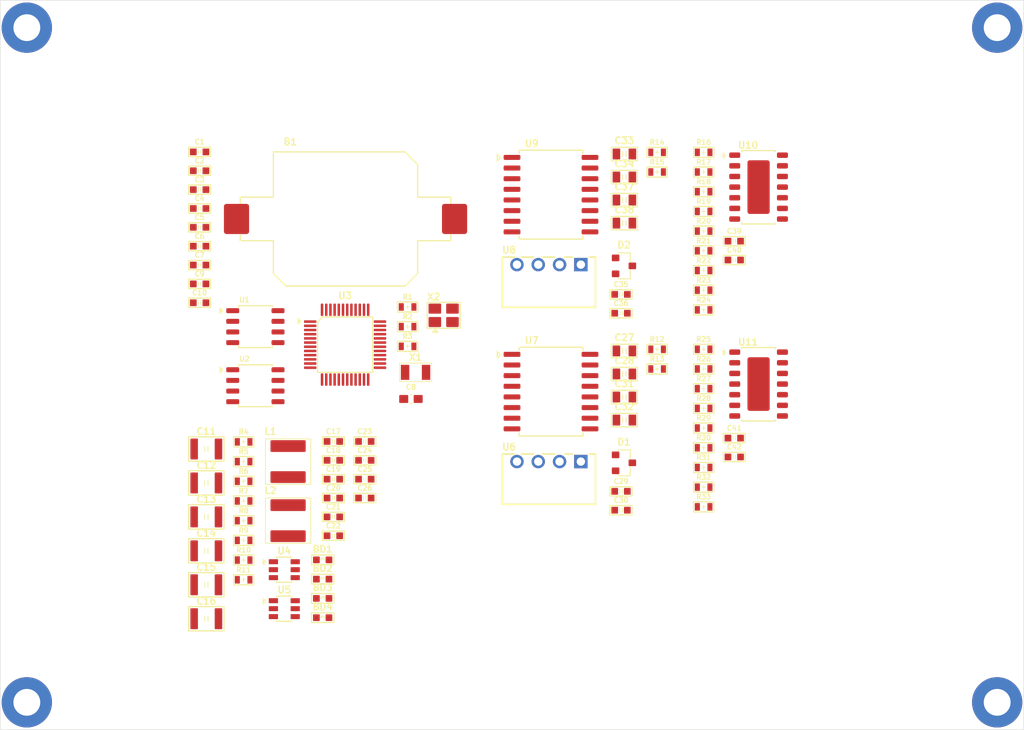
<source format=kicad_pcb>
(kicad_pcb (version 20240108) (generator "pcbnew") (generator_version "8.0")
  (layers (0 "F.Cu" signal) (31 "B.Cu" signal) (34 "B.Paste" user) (35 "F.Paste" user) (36 "B.SilkS" user "B.Silkscreen") (37 "F.SilkS" user "F.Silkscreen") (38 "B.Mask" user) (39 "F.Mask" user) (44 "Edge.Cuts" user))
  (net 0 "")
  (net 1 "Net-(B1-+)")
  (net 2 "GND")
  (net 3 "V_SUPPLY")
  (net 4 "Net-(U4-VIN)")
  (net 5 "Net-(U5-VIN)")
  (net 6 "Net-(BD3-Pad1)")
  (net 7 "+3.3V")
  (net 8 "PGND")
  (net 9 "/MCU/X2")
  (net 10 "/MCU/X1")
  (net 11 "/MCU/OSC_IN")
  (net 12 "/MCU/OSC_OUT")
  (net 13 "Net-(U3-AVDD)")
  (net 14 "Net-(U3-LDO_CAP)")
  (net 15 "Net-(U4-CB)")
  (net 16 "Net-(U4-SW)")
  (net 17 "Net-(U5-SW)")
  (net 18 "Net-(U5-CB)")
  (net 19 "+5V")
  (net 20 "GND_CAN")
  (net 21 "+5V_CAN")
  (net 22 "GND_485")
  (net 23 "+5V_485")
  (net 24 "/DOUT1/IS")
  (net 25 "/DOUT2/IS")
  (net 26 "/CAN/CANL")
  (net 27 "/CAN/CANH")
  (net 28 "/RS485/A")
  (net 29 "/RS485/B")
  (net 30 "/MCU/SDA")
  (net 31 "/MCU/SCL")
  (net 32 "Net-(U4-EN)")
  (net 33 "Net-(U5-EN)")
  (net 34 "Net-(U4-FB)")
  (net 35 "Net-(U5-FB)")
  (net 36 "Net-(U7-CANH)")
  (net 37 "Net-(U7-CANL)")
  (net 38 "Net-(U9-A)")
  (net 39 "Net-(U9-B)")
  (net 40 "/DOUT1/IN0")
  (net 41 "Net-(U10-IN0)")
  (net 42 "/DOUT1/IN1")
  (net 43 "Net-(U10-IN1)")
  (net 44 "/DOUT1/IN2")
  (net 45 "Net-(U10-IN2)")
  (net 46 "Net-(U10-IN3)")
  (net 47 "/DOUT1/IN3")
  (net 48 "/DOUT1/DEN")
  (net 49 "Net-(U10-DEN)")
  (net 50 "Net-(U10-DSEL0)")
  (net 51 "/DOUT1/DSEL0")
  (net 52 "/DOUT1/DSEL1")
  (net 53 "Net-(U10-DSEL1)")
  (net 54 "Net-(U10-IS)")
  (net 55 "/DOUT2/IN0")
  (net 56 "Net-(U11-IN0)")
  (net 57 "Net-(U11-IN1)")
  (net 58 "/DOUT2/IN1")
  (net 59 "Net-(U11-IN2)")
  (net 60 "/DOUT2/IN2")
  (net 61 "Net-(U11-IN3)")
  (net 62 "/DOUT2/IN3")
  (net 63 "Net-(U11-DEN)")
  (net 64 "/DOUT2/DEN")
  (net 65 "Net-(U11-DSEL0)")
  (net 66 "/DOUT2/DSEL0")
  (net 67 "Net-(U11-DSEL1)")
  (net 68 "/DOUT2/DSEL1")
  (net 69 "Net-(U11-IS)")
  (net 70 "/MCU/FRAM_WP")
  (net 71 "/MCU/RTC_OUT")
  (net 84 "/MCU/NRST")
  (net 91 "/MCU/SWDIO")
  (net 106 "/MCU/SWCLK")
  (net 112 "/CAN/RXD")
  (net 113 "/CAN/TXD")
  (net 114 "/RS485/D")
  (net 115 "/RS485/RE")
  (net 116 "/RS485/R")
  (net 117 "/RS485/DE")
  (net 118 "/DOUT1/OUT1")
  (net 119 "/DOUT1/OUT0")
  (net 120 "/DOUT1/OUT3")
  (net 121 "/DOUT1/OUT2")
  (net 122 "/DOUT2/OUT0")
  (net 123 "/DOUT2/OUT3")
  (net 124 "/DOUT2/OUT1")
  (net 125 "/DOUT2/OUT2")
  (footprint "SMC:0603" (layer "F.Cu") (at 136.45 103.125)
    (property "Reference" "C25" (at 0 -1.2 0) (layer "F.SilkS") (effects (font (size 0.6 0.6) (thickness 0.12) (bold yes))))
    (property "Value" "0603X106K100" (hide yes))
    (pad "1" smd roundrect (at -0.75 0) (size 0.8 0.8) (layers "F.Cu" "F.Paste" "F.Mask") (roundrect_rratio 0.1) (net 8 "PGND"))
    (pad "2" smd roundrect (at 0.75 0) (size 0.8 0.8) (layers "F.Cu" "F.Paste" "F.Mask") (roundrect_rratio 0.1) (net 19 "+5V"))
  )
  (footprint "SO:SOIC-8" (layer "F.Cu") (at 123.4 84.925)
    (property "Reference" "U1" (at -1.3 -3.2 0) (layer "F.SilkS") (effects (font (size 0.6 0.6) (thickness 0.12) (bold yes))))
    (property "Value" "MB85RC16PNF-G-JNE" (hide yes))
    (pad "1" smd roundrect (at -2.7 -1.905 270) (size 0.6 1.55) (layers "F.Cu" "F.Paste" "F.Mask"))
    (pad "2" smd roundrect (at -2.7 -0.635 270) (size 0.6 1.55) (layers "F.Cu" "F.Paste" "F.Mask"))
    (pad "3" smd roundrect (at -2.7 0.635 270) (size 0.6 1.55) (layers "F.Cu" "F.Paste" "F.Mask"))
    (pad "4" smd roundrect (at -2.7 1.905 270) (size 0.6 1.55) (layers "F.Cu" "F.Paste" "F.Mask") (net 2 "GND"))
    (pad "5" smd roundrect (at 2.7 1.905 270) (size 0.6 1.55) (layers "F.Cu" "F.Paste" "F.Mask") (net 30 "/MCU/SDA"))
    (pad "6" smd roundrect (at 2.7 0.635 270) (size 0.6 1.55) (layers "F.Cu" "F.Paste" "F.Mask") (net 31 "/MCU/SCL"))
    (pad "7" smd roundrect (at 2.7 -0.635 270) (size 0.6 1.55) (layers "F.Cu" "F.Paste" "F.Mask") (net 70 "/MCU/FRAM_WP"))
    (pad "8" smd roundrect (at 2.7 -1.905 270) (size 0.6 1.55) (layers "F.Cu" "F.Paste" "F.Mask") (net 7 "+3.3V"))
  )
  (footprint "CRYSTAL:CRSTAL_SMD_3225-4Pin" (layer "F.Cu") (at 145.85 83.575)
    (property "Reference" "X2" (at -1.2 -2.2 0) (layer "F.SilkS") (effects (font (size 0.8 0.8) (thickness 0.16))))
    (property "Value" "1532H4-12000JWPDTSNL" (hide yes))
    (pad "1" smd roundrect (at -1.05 0.8) (size 1.5 1.2) (layers "F.Cu" "F.Paste" "F.Mask") (roundrect_rratio 0.1) (net 11 "/MCU/OSC_IN"))
    (pad "2" smd roundrect (at 1.05 0.8) (size 1.5 1.2) (layers "F.Cu" "F.Paste" "F.Mask") (roundrect_rratio 0.1))
    (pad "3" smd roundrect (at 1.05 -0.8) (size 1.5 1.2) (layers "F.Cu" "F.Paste" "F.Mask") (roundrect_rratio 0.1) (net 12 "/MCU/OSC_OUT"))
    (pad "4" smd roundrect (at -1.05 -0.8) (size 1.5 1.2) (layers "F.Cu" "F.Paste" "F.Mask") (roundrect_rratio 0.1))
  )
  (footprint "SMR:0603" (layer "F.Cu") (at 176.85 68.825)
    (property "Reference" "R18" (at 0 -1.2 0) (layer "F.SilkS") (effects (font (size 0.6 0.6) (thickness 0.12) (bold yes))))
    (property "Value" "WR06X1002FTL" (hide yes))
    (pad "1" smd roundrect (at -0.75 0) (size 0.6 0.9) (layers "F.Cu" "F.Paste" "F.Mask") (roundrect_rratio 0.1) (net 44 "/DOUT1/IN2"))
    (pad "2" smd roundrect (at 0.75 0) (size 0.6 0.9) (layers "F.Cu" "F.Paste" "F.Mask") (roundrect_rratio 0.1) (net 45 "Net-(U10-IN2)"))
  )
  (footprint "SMC:0603" (layer "F.Cu") (at 116.75 66.325)
    (property "Reference" "C2" (at 0 -1.2 0) (layer "F.SilkS") (effects (font (size 0.6 0.6) (thickness 0.12) (bold yes))))
    (property "Value" "0603N120J500" (hide yes))
    (pad "1" smd roundrect (at -0.75 0) (size 0.8 0.8) (layers "F.Cu" "F.Paste" "F.Mask") (roundrect_rratio 0.1) (net 2 "GND"))
    (pad "2" smd roundrect (at 0.75 0) (size 0.8 0.8) (layers "F.Cu" "F.Paste" "F.Mask") (roundrect_rratio 0.1) (net 9 "/MCU/X2"))
  )
  (footprint "SMR:0603" (layer "F.Cu") (at 176.85 75.875)
    (property "Reference" "R21" (at 0 -1.2 0) (layer "F.SilkS") (effects (font (size 0.6 0.6) (thickness 0.12) (bold yes))))
    (property "Value" "WR06X1002FTL" (hide yes))
    (pad "1" smd roundrect (at -0.75 0) (size 0.6 0.9) (layers "F.Cu" "F.Paste" "F.Mask") (roundrect_rratio 0.1) (net 51 "/DOUT1/DSEL0"))
    (pad "2" smd roundrect (at 0.75 0) (size 0.6 0.9) (layers "F.Cu" "F.Paste" "F.Mask") (roundrect_rratio 0.1) (net 50 "Net-(U10-DSEL0)"))
  )
  (footprint "SMC:0603" (layer "F.Cu") (at 116.75 77.575)
    (property "Reference" "C7" (at 0 -1.2 0) (layer "F.SilkS") (effects (font (size 0.6 0.6) (thickness 0.12) (bold yes))))
    (property "Value" "0603B104K500" (hide yes))
    (pad "1" smd roundrect (at -0.75 0) (size 0.8 0.8) (layers "F.Cu" "F.Paste" "F.Mask") (roundrect_rratio 0.1) (net 2 "GND"))
    (pad "2" smd roundrect (at 0.75 0) (size 0.8 0.8) (layers "F.Cu" "F.Paste" "F.Mask") (roundrect_rratio 0.1) (net 13 "Net-(U3-AVDD)"))
  )
  (footprint "SMR:0603" (layer "F.Cu") (at 176.85 99.375)
    (property "Reference" "R30" (at 0 -1.2 0) (layer "F.SilkS") (effects (font (size 0.6 0.6) (thickness 0.12) (bold yes))))
    (property "Value" "WR06X1002FTL" (hide yes))
    (pad "1" smd roundrect (at -0.75 0) (size 0.6 0.9) (layers "F.Cu" "F.Paste" "F.Mask") (roundrect_rratio 0.1) (net 66 "/DOUT2/DSEL0"))
    (pad "2" smd roundrect (at 0.75 0) (size 0.6 0.9) (layers "F.Cu" "F.Paste" "F.Mask") (roundrect_rratio 0.1) (net 65 "Net-(U11-DSEL0)"))
  )
  (footprint "SMR:0603" (layer "F.Cu") (at 122 105.725)
    (property "Reference" "R7" (at 0 -1.2 0) (layer "F.SilkS") (effects (font (size 0.6 0.6) (thickness 0.12) (bold yes))))
    (property "Value" "WR06X2003FTL" (hide yes))
    (pad "1" smd roundrect (at -0.75 0) (size 0.6 0.9) (layers "F.Cu" "F.Paste" "F.Mask") (roundrect_rratio 0.1) (net 8 "PGND"))
    (pad "2" smd roundrect (at 0.75 0) (size 0.6 0.9) (layers "F.Cu" "F.Paste" "F.Mask") (roundrect_rratio 0.1) (net 33 "Net-(U5-EN)"))
  )
  (footprint "ReSine PS:BXXS-1W" (layer "F.Cu") (at 158.4 101.025)
    (property "Reference" "U6" (at -4.75 -1.75 180) (layer "F.SilkS") (effects (font (size 0.8 0.8) (thickness 0.16))))
    (property "Value" "B0505S-1W" (hide yes))
    (pad "1" thru_hole trapezoid (at 3.81 0) (size 1.6 1.6) (drill 1) (layers "*.Cu" "*.Mask") (net 8 "PGND"))
    (pad "2" thru_hole circle (at 1.27 0) (size 1.6 1.6) (drill 1) (layers "*.Cu" "*.Mask") (net 19 "+5V"))
    (pad "3" thru_hole circle (at -1.27 0) (size 1.6 1.6) (drill 1) (layers "*.Cu" "*.Mask") (net 20 "GND_CAN"))
    (pad "4" thru_hole circle (at -3.81 0) (size 1.6 1.6) (drill 1) (layers "*.Cu" "*.Mask") (net 21 "+5V_CAN"))
  )
  (footprint "ReSine PS:BXXS-1W" (layer "F.Cu") (at 158.4 77.525)
    (property "Reference" "U8" (at -4.75 -1.75 180) (layer "F.SilkS") (effects (font (size 0.8 0.8) (thickness 0.16))))
    (property "Value" "B0505S-1W" (hide yes))
    (pad "1" thru_hole trapezoid (at 3.81 0) (size 1.6 1.6) (drill 1) (layers "*.Cu" "*.Mask") (net 8 "PGND"))
    (pad "2" thru_hole circle (at 1.27 0) (size 1.6 1.6) (drill 1) (layers "*.Cu" "*.Mask") (net 19 "+5V"))
    (pad "3" thru_hole circle (at -1.27 0) (size 1.6 1.6) (drill 1) (layers "*.Cu" "*.Mask") (net 22 "GND_485"))
    (pad "4" thru_hole circle (at -3.81 0) (size 1.6 1.6) (drill 1) (layers "*.Cu" "*.Mask") (net 23 "+5V_485"))
  )
  (footprint "SMR:0603" (layer "F.Cu") (at 176.85 87.625)
    (property "Reference" "R25" (at 0 -1.2 0) (layer "F.SilkS") (effects (font (size 0.6 0.6) (thickness 0.12) (bold yes))))
    (property "Value" "WR06X1002FTL" (hide yes))
    (pad "1" smd roundrect (at -0.75 0) (size 0.6 0.9) (layers "F.Cu" "F.Paste" "F.Mask") (roundrect_rratio 0.1) (net 55 "/DOUT2/IN0"))
    (pad "2" smd roundrect (at 0.75 0) (size 0.6 0.9) (layers "F.Cu" "F.Paste" "F.Mask") (roundrect_rratio 0.1) (net 56 "Net-(U11-IN0)"))
  )
  (footprint "SMC:1210" (layer "F.Cu") (at 117.55 119.775)
    (property "Reference" "C16" (at 0 -2.1 0) (layer "F.SilkS") (effects (font (size 0.8 0.8) (thickness 0.16))))
    (property "Value" "1210B225K101" (hide yes))
    (pad "1" smd roundrect (at -1.45 0) (size 0.9 2.5) (layers "F.Cu" "F.Paste" "F.Mask") (roundrect_rratio 0.1) (net 8 "PGND"))
    (pad "2" smd roundrect (at 1.45 0) (size 0.9 2.5) (layers "F.Cu" "F.Paste" "F.Mask") (roundrect_rratio 0.1) (net 5 "Net-(U5-VIN)"))
  )
  (footprint "SMC:0603" (layer "F.Cu") (at 136.45 105.375)
    (property "Reference" "C26" (at 0 -1.2 0) (layer "F.SilkS") (effects (font (size 0.6 0.6) (thickness 0.12) (bold yes))))
    (property "Value" "0603X106K100" (hide yes))
    (pad "1" smd roundrect (at -0.75 0) (size 0.8 0.8) (layers "F.Cu" "F.Paste" "F.Mask") (roundrect_rratio 0.1) (net 8 "PGND"))
    (pad "2" smd roundrect (at 0.75 0) (size 0.8 0.8) (layers "F.Cu" "F.Paste" "F.Mask") (roundrect_rratio 0.1) (net 6 "Net-(BD3-Pad1)"))
  )
  (footprint "SMC:0603" (layer "F.Cu") (at 180.5 76.975)
    (property "Reference" "C40" (at 0 -1.2 0) (layer "F.SilkS") (effects (font (size 0.6 0.6) (thickness 0.12) (bold yes))))
    (property "Value" "0603B104K500" (hide yes))
    (pad "1" smd roundrect (at -0.75 0) (size 0.8 0.8) (layers "F.Cu" "F.Paste" "F.Mask") (roundrect_rratio 0.1) (net 8 "PGND"))
    (pad "2" smd roundrect (at 0.75 0) (size 0.8 0.8) (layers "F.Cu" "F.Paste" "F.Mask") (roundrect_rratio 0.1) (net 3 "V_SUPPLY"))
  )
  (footprint "CRYSTAL:SMD_3215_2Pin" (layer "F.Cu") (at 142.5 90.375)
    (property "Reference" "X1" (at 0 -1.8 0) (layer "F.SilkS") (effects (font (size 0.8 0.8) (thickness 0.16))))
    (property "Value" "XKXGI-SUA-32.768K" (hide yes))
    (pad "1" smd rect (at -1.25 0) (size 1 1.8) (layers "F.Cu" "F.Paste" "F.Mask") (net 9 "/MCU/X2"))
    (pad "2" smd rect (at 1.25 0) (size 1 1.8) (layers "F.Cu" "F.Paste" "F.Mask") (net 10 "/MCU/X1"))
  )
  (footprint "SMR:0603" (layer "F.Cu") (at 176.85 92.325)
    (property "Reference" "R27" (at 0 -1.2 0) (layer "F.SilkS") (effects (font (size 0.6 0.6) (thickness 0.12) (bold yes))))
    (property "Value" "WR06X1002FTL" (hide yes))
    (pad "1" smd roundrect (at -0.75 0) (size 0.6 0.9) (layers "F.Cu" "F.Paste" "F.Mask") (roundrect_rratio 0.1) (net 60 "/DOUT2/IN2"))
    (pad "2" smd roundrect (at 0.75 0) (size 0.6 0.9) (layers "F.Cu" "F.Paste" "F.Mask") (roundrect_rratio 0.1) (net 59 "Net-(U11-IN2)"))
  )
  (footprint "Sunlord:SWPA5040S" (layer "F.Cu") (at 127.3 101.025)
    (property "Reference" "L1" (at -2.1 -3.6 0) (layer "F.SilkS") (effects (font (size 0.8 0.8) (thickness 0.16))))
    (property "Value" "SWPA5040S150MT" (hide yes))
    (pad "1" smd roundrect (at 0 -1.85) (size 4.2 1.4) (layers "F.Cu" "F.Paste" "F.Mask") (roundrect_rratio 0.1) (net 16 "Net-(U4-SW)"))
    (pad "2" smd roundrect (at 0 1.85) (size 4.2 1.4) (layers "F.Cu" "F.Paste" "F.Mask") (roundrect_rratio 0.1) (net 19 "+5V"))
  )
  (footprint "SMC:0805" (layer "F.Cu") (at 167.4 96.075)
    (property "Reference" "C32" (at 0 -1.6 0) (layer "F.SilkS") (effects (font (size 0.8 0.8) (thickness 0.16))))
    (property "Value" "0805B475K160" (hide yes))
    (pad "1" smd roundrect (at -0.95 0) (size 0.9 1.3) (layers "F.Cu" "F.Paste" "F.Mask") (roundrect_rratio 0.1) (net 20 "GND_CAN"))
    (pad "2" smd roundrect (at 0.95 0) (size 0.9 1.3) (layers "F.Cu" "F.Paste" "F.Mask") (roundrect_rratio 0.1) (net 21 "+5V_CAN"))
  )
  (footprint "Hole:Hole_7_0_3_2" (layer "F.Cu") (at 211.85 49.25)
    (property "Reference" "H1" (hide yes))
    (property "Value" "HOLE-PAD-7.0-3.2" (hide yes))
    (pad "1" thru_hole circle (at 0 0) (size 6 6) (drill 3.2) (layers "*.Cu" "*.Mask"))
  )
  (footprint "SMC:0603" (layer "F.Cu") (at 180.5 74.725)
    (property "Reference" "C39" (at 0 -1.2 0) (layer "F.SilkS") (effects (font (size 0.6 0.6) (thickness 0.12) (bold yes))))
    (property "Value" "0603B101K500" (hide yes))
    (pad "1" smd roundrect (at -0.75 0) (size 0.8 0.8) (layers "F.Cu" "F.Paste" "F.Mask") (roundrect_rratio 0.1) (net 2 "GND"))
    (pad "2" smd roundrect (at 0.75 0) (size 0.8 0.8) (layers "F.Cu" "F.Paste" "F.Mask") (roundrect_rratio 0.1) (net 24 "/DOUT1/IS"))
  )
  (footprint "SMC:1210" (layer "F.Cu") (at 117.55 99.525)
    (property "Reference" "C11" (at 0 -2.1 0) (layer "F.SilkS") (effects (font (size 0.8 0.8) (thickness 0.16))))
    (property "Value" "1210B225K101" (hide yes))
    (pad "1" smd roundrect (at -1.45 0) (size 0.9 2.5) (layers "F.Cu" "F.Paste" "F.Mask") (roundrect_rratio 0.1) (net 8 "PGND"))
    (pad "2" smd roundrect (at 1.45 0) (size 0.9 2.5) (layers "F.Cu" "F.Paste" "F.Mask") (roundrect_rratio 0.1) (net 4 "Net-(U4-VIN)"))
  )
  (footprint "SMC:0603" (layer "F.Cu") (at 116.75 82.075)
    (property "Reference" "C10" (at 0 -1.2 0) (layer "F.SilkS") (effects (font (size 0.6 0.6) (thickness 0.12) (bold yes))))
    (property "Value" "0603B104K500" (hide yes))
    (pad "1" smd roundrect (at -0.75 0) (size 0.8 0.8) (layers "F.Cu" "F.Paste" "F.Mask") (roundrect_rratio 0.1) (net 2 "GND"))
    (pad "2" smd roundrect (at 0.75 0) (size 0.8 0.8) (layers "F.Cu" "F.Paste" "F.Mask") (roundrect_rratio 0.1) (net 7 "+3.3V"))
  )
  (footprint "G-Switch:GT-CR1632-1Au" (layer "F.Cu") (at 134.15 72.075)
    (property "Reference" "B1" (at -6.6 -9.2 0) (layer "F.SilkS") (effects (font (size 0.8 0.8) (thickness 0.16) (bold yes))))
    (property "Value" "GT-CR1632-1Au" (hide yes))
    (pad "1" smd roundrect (at -13 0) (size 3 3.6) (layers "F.Cu" "F.Paste" "F.Mask") (roundrect_rratio 0.1) (net 1 "Net-(B1-+)"))
    (pad "2" smd roundrect (at 13 0) (size 3 3.6) (layers "F.Cu" "F.Paste" "F.Mask") (roundrect_rratio 0.1) (net 2 "GND"))
  )
  (footprint "Hole:Hole_7_0_3_2" (layer "F.Cu") (at 96.15 49.25)
    (property "Reference" "H2" (hide yes))
    (property "Value" "HOLE-PAD-7.0-3.2" (hide yes))
    (pad "1" thru_hole circle (at 0 0) (size 6 6) (drill 3.2) (layers "*.Cu" "*.Mask"))
  )
  (footprint "SMR:0603" (layer "F.Cu") (at 122 110.425)
    (property "Reference" "R9" (at 0 -1.2 0) (layer "F.SilkS") (effects (font (size 0.6 0.6) (thickness 0.12) (bold yes))))
    (property "Value" "WR06X2212FTL" (hide yes))
    (pad "1" smd roundrect (at -0.75 0) (size 0.6 0.9) (layers "F.Cu" "F.Paste" "F.Mask") (roundrect_rratio 0.1) (net 8 "PGND"))
    (pad "2" smd roundrect (at 0.75 0) (size 0.6 0.9) (layers "F.Cu" "F.Paste" "F.Mask") (roundrect_rratio 0.1) (net 34 "Net-(U4-FB)"))
  )
  (footprint "SMR:0603" (layer "F.Cu") (at 141.55 87.275)
    (property "Reference" "R3" (at 0 -1.2 0) (layer "F.SilkS") (effects (font (size 0.6 0.6) (thickness 0.12) (bold yes))))
    (property "Value" "WR06W3R30FTL" (hide yes))
    (pad "1" smd roundrect (at -0.75 0) (size 0.6 0.9) (layers "F.Cu" "F.Paste" "F.Mask") (roundrect_rratio 0.1) (net 13 "Net-(U3-AVDD)"))
    (pad "2" smd roundrect (at 0.75 0) (size 0.6 0.9) (layers "F.Cu" "F.Paste" "F.Mask") (roundrect_rratio 0.1) (net 7 "+3.3V"))
  )
  (footprint "SMR:0603" (layer "F.Cu") (at 176.85 101.725)
    (property "Reference" "R31" (at 0 -1.2 0) (layer "F.SilkS") (effects (font (size 0.6 0.6) (thickness 0.12) (bold yes))))
    (property "Value" "WR06X1002FTL" (hide yes))
    (pad "1" smd roundrect (at -0.75 0) (size 0.6 0.9) (layers "F.Cu" "F.Paste" "F.Mask") (roundrect_rratio 0.1) (net 68 "/DOUT2/DSEL1"))
    (pad "2" smd roundrect (at 0.75 0) (size 0.6 0.9) (layers "F.Cu" "F.Paste" "F.Mask") (roundrect_rratio 0.1) (net 67 "Net-(U11-DSEL1)"))
  )
  (footprint "SMC:0603" (layer "F.Cu") (at 132.7 98.625)
    (property "Reference" "C17" (at 0 -1.2 0) (layer "F.SilkS") (effects (font (size 0.6 0.6) (thickness 0.12) (bold yes))))
    (property "Value" "0603B104K500" (hide yes))
    (pad "1" smd roundrect (at -0.75 0) (size 0.8 0.8) (layers "F.Cu" "F.Paste" "F.Mask") (roundrect_rratio 0.1) (net 8 "PGND"))
    (pad "2" smd roundrect (at 0.75 0) (size 0.8 0.8) (layers "F.Cu" "F.Paste" "F.Mask") (roundrect_rratio 0.1) (net 4 "Net-(U4-VIN)"))
  )
  (footprint "SMC:0603" (layer "F.Cu") (at 116.75 79.825)
    (property "Reference" "C9" (at 0 -1.2 0) (layer "F.SilkS") (effects (font (size 0.6 0.6) (thickness 0.12) (bold yes))))
    (property "Value" "0603B104K500" (hide yes))
    (pad "1" smd roundrect (at -0.75 0) (size 0.8 0.8) (layers "F.Cu" "F.Paste" "F.Mask") (roundrect_rratio 0.1) (net 2 "GND"))
    (pad "2" smd roundrect (at 0.75 0) (size 0.8 0.8) (layers "F.Cu" "F.Paste" "F.Mask") (roundrect_rratio 0.1) (net 7 "+3.3V"))
  )
  (footprint "Hole:Hole_7_0_3_2" (layer "F.Cu") (at 211.85 129.75)
    (property "Reference" "H4" (hide yes))
    (property "Value" "HOLE-PAD-7.0-3.2" (hide yes))
    (pad "1" thru_hole circle (at 0 0) (size 6 6) (drill 3.2) (layers "*.Cu" "*.Mask"))
  )
  (footprint "SOT:SOT23" (layer "F.Cu") (at 167.35 101.175)
    (property "Reference" "D1" (at 0 -2.5 0) (layer "F.SilkS") (effects (font (size 0.8 0.8) (thickness 0.16))))
    (property "Value" "NUP2105LT1G" (hide yes))
    (pad "1" smd roundrect (at -1 -0.95) (size 0.9 0.8) (layers "F.Cu" "F.Paste" "F.Mask") (roundrect_rratio 0.15) (net 27 "/CAN/CANH"))
    (pad "2" smd roundrect (at -1 0.95) (size 0.9 0.8) (layers "F.Cu" "F.Paste" "F.Mask") (roundrect_rratio 0.15) (net 26 "/CAN/CANL"))
    (pad "3" smd roundrect (at 1 0) (size 0.9 0.8) (layers "F.Cu" "F.Paste" "F.Mask") (roundrect_rratio 0.15) (net 20 "GND_CAN"))
  )
  (footprint "SMC:0603" (layer "F.Cu") (at 167 104.575)
    (property "Reference" "C29" (at 0 -1.2 0) (layer "F.SilkS") (effects (font (size 0.6 0.6) (thickness 0.12) (bold yes))))
    (property "Value" "0603B104K500" (hide yes))
    (pad "1" smd roundrect (at -0.75 0) (size 0.8 0.8) (layers "F.Cu" "F.Paste" "F.Mask") (roundrect_rratio 0.1) (net 8 "PGND"))
    (pad "2" smd roundrect (at 0.75 0) (size 0.8 0.8) (layers "F.Cu" "F.Paste" "F.Mask") (roundrect_rratio 0.1) (net 19 "+5V"))
  )
  (footprint "SMC:0603" (layer "F.Cu") (at 180.5 100.475)
    (property "Reference" "C42" (at 0 -1.2 0) (layer "F.SilkS") (effects (font (size 0.6 0.6) (thickness 0.12) (bold yes))))
    (property "Value" "0603B104K500" (hide yes))
    (pad "1" smd roundrect (at -0.75 0) (size 0.8 0.8) (layers "F.Cu" "F.Paste" "F.Mask") (roundrect_rratio 0.1) (net 8 "PGND"))
    (pad "2" smd roundrect (at 0.75 0) (size 0.8 0.8) (layers "F.Cu" "F.Paste" "F.Mask") (roundrect_rratio 0.1) (net 3 "V_SUPPLY"))
  )
  (footprint "SMR:0603" (layer "F.Cu") (at 122 103.375)
    (property "Reference" "R6" (at 0 -1.2 0) (layer "F.SilkS") (effects (font (size 0.6 0.6) (thickness 0.12) (bold yes))))
    (property "Value" "WR06X4123FTL" (hide yes))
    (pad "1" smd roundrect (at -0.75 0) (size 0.6 0.9) (layers "F.Cu" "F.Paste" "F.Mask") (roundrect_rratio 0.1) (net 33 "Net-(U5-EN)"))
    (pad "2" smd roundrect (at 0.75 0) (size 0.6 0.9) (layers "F.Cu" "F.Paste" "F.Mask") (roundrect_rratio 0.1) (net 5 "Net-(U5-VIN)"))
  )
  (footprint "SMR:0603" (layer "F.Cu") (at 171.3 66.475)
    (property "Reference" "R15" (at 0 -1.2 0) (layer "F.SilkS") (effects (font (size 0.6 0.6) (thickness 0.12) (bold yes))))
    (property "Value" "WR06X0000JTL" (hide yes))
    (pad "1" smd roundrect (at -0.75 0) (size 0.6 0.9) (layers "F.Cu" "F.Paste" "F.Mask") (roundrect_rratio 0.1) (net 39 "Net-(U9-B)"))
    (pad "2" smd roundrect (at 0.75 0) (size 0.6 0.9) (layers "F.Cu" "F.Paste" "F.Mask") (roundrect_rratio 0.1) (net 29 "/RS485/B"))
  )
  (footprint "SMR:0603" (layer "F.Cu") (at 176.85 94.675)
    (property "Reference" "R28" (at 0 -1.2 0) (layer "F.SilkS") (effects (font (size 0.6 0.6) (thickness 0.12) (bold yes))))
    (property "Value" "WR06X1002FTL" (hide yes))
    (pad "1" smd roundrect (at -0.75 0) (size 0.6 0.9) (layers "F.Cu" "F.Paste" "F.Mask") (roundrect_rratio 0.1) (net 62 "/DOUT2/IN3"))
    (pad "2" smd roundrect (at 0.75 0) (size 0.6 0.9) (layers "F.Cu" "F.Paste" "F.Mask") (roundrect_rratio 0.1) (net 61 "Net-(U11-IN3)"))
  )
  (footprint "SMR:0603" (layer "F.Cu") (at 171.3 64.125)
    (property "Reference" "R14" (at 0 -1.2 0) (layer "F.SilkS") (effects (font (size 0.6 0.6) (thickness 0.12) (bold yes))))
    (property "Value" "WR06X0000JTL" (hide yes))
    (pad "1" smd roundrect (at -0.75 0) (size 0.6 0.9) (layers "F.Cu" "F.Paste" "F.Mask") (roundrect_rratio 0.1) (net 38 "Net-(U9-A)"))
    (pad "2" smd roundrect (at 0.75 0) (size 0.6 0.9) (layers "F.Cu" "F.Paste" "F.Mask") (roundrect_rratio 0.1) (net 28 "/RS485/A"))
  )
  (footprint "SMR:0603" (layer "F.Cu") (at 176.85 80.575)
    (property "Reference" "R23" (at 0 -1.2 0) (layer "F.SilkS") (effects (font (size 0.6 0.6) (thickness 0.12) (bold yes))))
    (property "Value" "WR06X4701FTL" (hide yes))
    (pad "1" smd roundrect (at -0.75 0) (size 0.6 0.9) (layers "F.Cu" "F.Paste" "F.Mask") (roundrect_rratio 0.1) (net 24 "/DOUT1/IS"))
    (pad "2" smd roundrect (at 0.75 0) (size 0.6 0.9) (layers "F.Cu" "F.Paste" "F.Mask") (roundrect_rratio 0.1) (net 54 "Net-(U10-IS)"))
  )
  (footprint "SMR:0603" (layer "F.Cu") (at 176.85 66.475)
    (property "Reference" "R17" (at 0 -1.2 0) (layer "F.SilkS") (effects (font (size 0.6 0.6) (thickness 0.12) (bold yes))))
    (property "Value" "WR06X1002FTL" (hide yes))
    (pad "1" smd roundrect (at -0.75 0) (size 0.6 0.9) (layers "F.Cu" "F.Paste" "F.Mask") (roundrect_rratio 0.1) (net 42 "/DOUT1/IN1"))
    (pad "2" smd roundrect (at 0.75 0) (size 0.6 0.9) (layers "F.Cu" "F.Paste" "F.Mask") (roundrect_rratio 0.1) (net 43 "Net-(U10-IN1)"))
  )
  (footprint "SMR:0603" (layer "F.Cu") (at 141.55 84.925)
    (property "Reference" "R2" (at 0 -1.2 0) (layer "F.SilkS") (effects (font (size 0.6 0.6) (thickness 0.12) (bold yes))))
    (property "Value" "WR06X4701FTL" (hide yes))
    (pad "1" smd roundrect (at -0.75 0) (size 0.6 0.9) (layers "F.Cu" "F.Paste" "F.Mask") (roundrect_rratio 0.1) (net 31 "/MCU/SCL"))
    (pad "2" smd roundrect (at 0.75 0) (size 0.6 0.9) (layers "F.Cu" "F.Paste" "F.Mask") (roundrect_rratio 0.1) (net 7 "+3.3V"))
  )
  (footprint "SMC:0603" (layer "F.Cu") (at 116.75 64.075)
    (property "Reference" "C1" (at 0 -1.2 0) (layer "F.SilkS") (effects (font (size 0.6 0.6) (thickness 0.12) (bold yes))))
    (property "Value" "0603B104K500" (hide yes))
    (pad "1" smd roundrect (at -0.75 0) (size 0.8 0.8) (layers "F.Cu" "F.Paste" "F.Mask") (roundrect_rratio 0.1) (net 2 "GND"))
    (pad "2" smd roundrect (at 0.75 0) (size 0.8 0.8) (layers "F.Cu" "F.Paste" "F.Mask") (roundrect_rratio 0.1) (net 7 "+3.3V"))
  )
  (footprint "SMC:0603" (layer "F.Cu") (at 136.45 98.625)
    (property "Reference" "C23" (at 0 -1.2 0) (layer "F.SilkS") (effects (font (size 0.6 0.6) (thickness 0.12) (bold yes))))
    (property "Value" "0603X106K100" (hide yes))
    (pad "1" smd roundrect (at -0.75 0) (size 0.8 0.8) (layers "F.Cu" "F.Paste" "F.Mask") (roundrect_rratio 0.1) (net 8 "PGND"))
    (pad "2" smd roundrect (at 0.75 0) (size 0.8 0.8) (layers "F.Cu" "F.Paste" "F.Mask") (roundrect_rratio 0.1) (net 19 "+5V"))
  )
  (footprint "SMR:0603" (layer "F.Cu") (at 176.85 89.975)
    (property "Reference" "R26" (at 0 -1.2 0) (layer "F.SilkS") (effects (font (size 0.6 0.6) (thickness 0.12) (bold yes))))
    (property "Value" "WR06X1002FTL" (hide yes))
    (pad "1" smd roundrect (at -0.75 0) (size 0.6 0.9) (layers "F.Cu" "F.Paste" "F.Mask") (roundrect_rratio 0.1) (net 58 "/DOUT2/IN1"))
    (pad "2" smd roundrect (at 0.75 0) (size 0.6 0.9) (layers "F.Cu" "F.Paste" "F.Mask") (roundrect_rratio 0.1) (net 57 "Net-(U11-IN1)"))
  )
  (footprint "SMC:0603" (layer "F.Cu") (at 132.7 103.125)
    (property "Reference" "C19" (at 0 -1.2 0) (layer "F.SilkS") (effects (font (size 0.6 0.6) (thickness 0.12) (bold yes))))
    (property "Value" "0603B104K500" (hide yes))
    (pad "1" smd roundrect (at -0.75 0) (size 0.8 0.8) (layers "F.Cu" "F.Paste" "F.Mask") (roundrect_rratio 0.1) (net 16 "Net-(U4-SW)"))
    (pad "2" smd roundrect (at 0.75 0) (size 0.8 0.8) (layers "F.Cu" "F.Paste" "F.Mask") (roundrect_rratio 0.1) (net 15 "Net-(U4-CB)"))
  )
  (footprint "SMR:0603" (layer "F.Cu") (at 176.85 64.125)
    (property "Reference" "R16" (at 0 -1.2 0) (layer "F.SilkS") (effects (font (size 0.6 0.6) (thickness 0.12) (bold yes))))
    (property "Value" "WR06X1002FTL" (hide yes))
    (pad "1" smd roundrect (at -0.75 0) (size 0.6 0.9) (layers "F.Cu" "F.Paste" "F.Mask") (roundrect_rratio 0.1) (net 40 "/DOUT1/IN0"))
    (pad "2" smd roundrect (at 0.75 0) (size 0.6 0.9) (layers "F.Cu" "F.Paste" "F.Mask") (roundrect_rratio 0.1) (net 41 "Net-(U10-IN0)"))
  )
  (footprint "TI:DBV0006A" (layer "F.Cu") (at 126.85 118.575)
    (property "Reference" "U5" (at 0 -2.25 180) (layer "F.SilkS") (effects (font (size 0.8 0.8) (thickness 0.16))))
    (property "Value" "TPS560430XDBV" (hide yes))
    (pad "1" smd roundrect (at -1.3 -0.95 90) (size 0.6 1.1) (layers "F.Cu" "F.Paste" "F.Mask") (roundrect_rratio 0.1) (net 18 "Net-(U5-CB)"))
    (pad "2" smd roundrect (at -1.3 0 90) (size 0.6 1.1) (layers "F.Cu" "F.Paste" "F.Mask") (roundrect_rratio 0.1) (net 8 "PGND"))
    (pad "3" smd roundrect (at -1.3 0.95 90) (size 0.6 1.1) (layers "F.Cu" "F.Paste" "F.Mask") (roundrect_rratio 0.1) (net 35 "Net-(U5-FB)"))
    (pad "4" smd roundrect (at 1.3 0.95 90) (size 0.6 1.1) (layers "F.Cu" "F.Paste" "F.Mask") (roundrect_rratio 0.1) (net 33 "Net-(U5-EN)"))
    (pad "5" smd roundrect (at 1.3 0 90) (size 0.6 1.1) (layers "F.Cu" "F.Paste" "F.Mask") (roundrect_rratio 0.1) (net 5 "Net-(U5-VIN)"))
    (pad "6" smd roundrect (at 1.3 -0.95 90) (size 0.6 1.1) (layers "F.Cu" "F.Paste" "F.Mask") (roundrect_rratio 0.1) (net 17 "Net-(U5-SW)"))
  )
  (footprint "SMR:0603" (layer "F.Cu") (at 176.85 78.225)
    (property "Reference" "R22" (at 0 -1.2 0) (layer "F.SilkS") (effects (font (size 0.6 0.6) (thickness 0.12) (bold yes))))
    (property "Value" "WR06X1002FTL" (hide yes))
    (pad "1" smd roundrect (at -0.75 0) (size 0.6 0.9) (layers "F.Cu" "F.Paste" "F.Mask") (roundrect_rratio 0.1) (net 52 "/DOUT1/DSEL1"))
    (pad "2" smd roundrect (at 0.75 0) (size 0.6 0.9) (layers "F.Cu" "F.Paste" "F.Mask") (roundrect_rratio 0.1) (net 53 "Net-(U10-DSEL1)"))
  )
  (footprint "SMR:0603" (layer "F.Cu") (at 176.85 106.425)
    (property "Reference" "R33" (at 0 -1.2 0) (layer "F.SilkS") (effects (font (size 0.6 0.6) (thickness 0.12) (bold yes))))
    (property "Value" "WR06X1201FTL" (hide yes))
    (pad "1" smd roundrect (at -0.75 0) (size 0.6 0.9) (layers "F.Cu" "F.Paste" "F.Mask") (roundrect_rratio 0.1) (net 8 "PGND"))
    (pad "2" smd roundrect (at 0.75 0) (size 0.6 0.9) (layers "F.Cu" "F.Paste" "F.Mask") (roundrect_rratio 0.1) (net 69 "Net-(U11-IS)"))
  )
  (footprint "SMR:0603" (layer "F.Cu") (at 122 108.075)
    (property "Reference" "R8" (at 0 -1.2 0) (layer "F.SilkS") (effects (font (size 0.6 0.6) (thickness 0.12) (bold yes))))
    (property "Value" "WR06X8872FTL" (hide yes))
    (pad "1" smd roundrect (at -0.75 0) (size 0.6 0.9) (layers "F.Cu" "F.Paste" "F.Mask") (roundrect_rratio 0.1) (net 19 "+5V"))
    (pad "2" smd roundrect (at 0.75 0) (size 0.6 0.9) (layers "F.Cu" "F.Paste" "F.Mask") (roundrect_rratio 0.1) (net 34 "Net-(U4-FB)"))
  )
  (footprint "SML:0603" (layer "F.Cu") (at 131.425 119.65)
    (property "Reference" "BD4" (at 0 -1.3 0) (layer "F.SilkS") (effects (font (size 0.8 0.8) (thickness 0.16))))
    (property "Value" "BLM18KG121TN1D" (hide yes))
    (pad "1" smd roundrect (at -0.75 0) (size 0.8 0.8) (layers "F.Cu" "F.Paste" "F.Mask") (roundrect_rratio 0.1) (net 8 "PGND"))
    (pad "2" smd roundrect (at 0.75 0) (size 0.8 0.8) (layers "F.Cu" "F.Paste" "F.Mask") (roundrect_rratio 0.1) (net 2 "GND"))
  )
  (footprint "SMC:0603" (layer "F.Cu") (at 132.7 107.625)
    (property "Reference" "C21" (at 0 -1.2 0) (layer "F.SilkS") (effects (font (size 0.6 0.6) (thickness 0.12) (bold yes))))
    (property "Value" "0603B104K500" (hide yes))
    (pad "1" smd roundrect (at -0.75 0) (size 0.8 0.8) (layers "F.Cu" "F.Paste" "F.Mask") (roundrect_rratio 0.1) (net 8 "PGND"))
    (pad "2" smd roundrect (at 0.75 0) (size 0.8 0.8) (layers "F.Cu" "F.Paste" "F.Mask") (roundrect_rratio 0.1) (net 19 "+5V"))
  )
  (footprint "SMR:0603" (layer "F.Cu") (at 176.85 71.175)
    (property "Reference" "R19" (at 0 -1.2 0) (layer "F.SilkS") (effects (font (size 0.6 0.6) (thickness 0.12) (bold yes))))
    (property "Value" "WR06X1002FTL" (hide yes))
    (pad "1" smd roundrect (at -0.75 0) (size 0.6 0.9) (layers "F.Cu" "F.Paste" "F.Mask") (roundrect_rratio 0.1) (net 47 "/DOUT1/IN3"))
    (pad "2" smd roundrect (at 0.75 0) (size 0.6 0.9) (layers "F.Cu" "F.Paste" "F.Mask") (roundrect_rratio 0.1) (net 46 "Net-(U10-IN3)"))
  )
  (footprint "SMC:0805" (layer "F.Cu") (at 167.4 64.325)
    (property "Reference" "C33" (at 0 -1.6 0) (layer "F.SilkS") (effects (font (size 0.8 0.8) (thickness 0.16))))
    (property "Value" "1206B225K500" (hide yes))
    (pad "1" smd roundrect (at -0.95 0) (size 0.9 1.3) (layers "F.Cu" "F.Paste" "F.Mask") (roundrect_rratio 0.1) (net 8 "PGND"))
    (pad "2" smd roundrect (at 0.95 0) (size 0.9 1.3) (layers "F.Cu" "F.Paste" "F.Mask") (roundrect_rratio 0.1) (net 19 "+5V"))
  )
  (footprint "TI:DBV0006A" (layer "F.Cu") (at 126.85 113.925)
    (property "Reference" "U4" (at 0 -2.25 180) (layer "F.SilkS") (effects (font (size 0.8 0.8) (thickness 0.16))))
    (property "Value" "TPS560430XDBV" (hide yes))
    (pad "1" smd roundrect (at -1.3 -0.95 90) (size 0.6 1.1) (layers "F.Cu" "F.Paste" "F.Mask") (roundrect_rratio 0.1) (net 15 "Net-(U4-CB)"))
    (pad "2" smd roundrect (at -1.3 0 90) (size 0.6 1.1) (layers "F.Cu" "F.Paste" "F.Mask") (roundrect_rratio 0.1) (net 8 "PGND"))
    (pad "3" smd roundrect (at -1.3 0.95 90) (size 0.6 1.1) (layers "F.Cu" "F.Paste" "F.Mask") (roundrect_rratio 0.1) (net 34 "Net-(U4-FB)"))
    (pad "4" smd roundrect (at 1.3 0.95 90) (size 0.6 1.1) (layers "F.Cu" "F.Paste" "F.Mask") (roundrect_rratio 0.1) (net 32 "Net-(U4-EN)"))
    (pad "5" smd roundrect (at 1.3 0 90) (size 0.6 1.1) (layers "F.Cu" "F.Paste" "F.Mask") (roundrect_rratio 0.1) (net 4 "Net-(U4-VIN)"))
    (pad "6" smd roundrect (at 1.3 -0.95 90) (size 0.6 1.1) (layers "F.Cu" "F.Paste" "F.Mask") (roundrect_rratio 0.1) (net 16 "Net-(U4-SW)"))
  )
  (footprint "SMR:0603" (layer "F.Cu") (at 122 98.675)
    (property "Reference" "R4" (at 0 -1.2 0) (layer "F.SilkS") (effects (font (size 0.6 0.6) (thickness 0.12) (bold yes))))
    (property "Value" "WR06X4123FTL" (hide yes))
    (pad "1" smd roundrect (at -0.75 0) (size 0.6 0.9) (layers "F.Cu" "F.Paste" "F.Mask") (roundrect_rratio 0.1) (net 32 "Net-(U4-EN)"))
    (pad "2" smd roundrect (at 0.75 0) (size 0.6 0.9) (layers "F.Cu" "F.Paste" "F.Mask") (roundrect_rratio 0.1) (net 4 "Net-(U4-VIN)"))
  )
  (footprint "SMC:0805" (layer "F.Cu") (at 167.4 90.575)
    (property "Reference" "C28" (at 0 -1.6 0) (layer "F.SilkS") (effects (font (size 0.8 0.8) (thickness 0.16))))
    (property "Value" "1206B225K500" (hide yes))
    (pad "1" smd roundrect (at -0.95 0) (size 0.9 1.3) (layers "F.Cu" "F.Paste" "F.Mask") (roundrect_rratio 0.1) (net 8 "PGND"))
    (pad "2" smd roundrect (at 0.95 0) (size 0.9 1.3) (layers "F.Cu" "F.Paste" "F.Mask") (roundrect_rratio 0.1) (net 19 "+5V"))
  )
  (footprint "SMC:0603" (layer "F.Cu") (at 167 81.075)
    (property "Reference" "C35" (at 0 -1.2 0) (layer "F.SilkS") (effects (font (size 0.6 0.6) (thickness 0.12) (bold yes))))
    (property "Value" "0603B104K500" (hide yes))
    (pad "1" smd roundrect (at -0.75 0) (size 0.8 0.8) (layers "F.Cu" "F.Paste" "F.Mask") (roundrect_rratio 0.1) (net 8 "PGND"))
    (pad "2" smd roundrect (at 0.75 0) (size 0.8 0.8) (layers "F.Cu" "F.Paste" "F.Mask") (roundrect_rratio 0.1) (net 19 "+5V"))
  )
  (footprint "SO:SOIC-16-WB" (layer "F.Cu") (at 158.65 92.675)
    (property "Reference" "U7" (at -2.3 -6.1 0) (layer "F.SilkS") (effects (font (size 0.8 0.8) (thickness 0.16))))
    (property "Value" "CA-IS3052CW" (hide yes))
    (pad "1" smd roundrect (at -4.65 -4.445 270) (size 0.6 2) (layers "F.Cu" "F.Paste" "F.Mask") (net 7 "+3.3V"))
    (pad "2" smd roundrect (at -4.65 -3.175 270) (size 0.6 2) (layers "F.Cu" "F.Paste" "F.Mask") (net 2 "GND"))
    (pad "3" smd roundrect (at -4.65 -1.905 270) (size 0.6 2) (layers "F.Cu" "F.Paste" "F.Mask") (net 113 "/CAN/TXD"))
    (pad "4" smd roundrect (at -4.65 -0.635 270) (size 0.6 2) (layers "F.Cu" "F.Paste" "F.Mask"))
    (pad "5" smd roundrect (at -4.65 0.635 270) (size 0.6 2) (layers "F.Cu" "F.Paste" "F.Mask") (net 112 "/CAN/RXD"))
    (pad "6" smd roundrect (at -4.65 1.905 270) (size 0.6 2) (layers "F.Cu" "F.Paste" "F.Mask"))
    (pad "7" smd roundrect (at -4.65 3.175 270) (size 0.6 2) (layers "F.Cu" "F.Paste" "F.Mask"))
    (pad "8" smd roundrect (at -4.65 4.445 270) (size 0.6 2) (layers "F.Cu" "F.Paste" "F.Mask") (net 2 "GND"))
    (pad "9" smd roundrect (at 4.65 4.445 270) (size 0.6 2) (layers "F.Cu" "F.Paste" "F.Mask") (net 20 "GND_CAN"))
    (pad "10" smd roundrect (at 4.65 3.175 270) (size 0.6 2) (layers "F.Cu" "F.Paste" "F.Mask") (net 20 "GND_CAN"))
    (pad "11" smd roundrect (at 4.65 1.905 270) (size 0.6 2) (layers "F.Cu" "F.Paste" "F.Mask"))
    (pad "12" smd roundrect (at 4.65 0.635 270) (size 0.6 2) (layers "F.Cu" "F.Paste" "F.Mask") (net 37 "Net-(U7-CANL)"))
    (pad "13" smd roundrect (at 4.65 -0.635 270) (size 0.6 2) (layers "F.Cu" "F.Paste" "F.Mask") (net 36 "Net-(U7-CANH)"))
    (pad "14" smd roundrect (at 4.65 -1.905 270) (size 0.6 2) (layers "F.Cu" "F.Paste" "F.Mask"))
    (pad "15" smd roundrect (at 4.65 -3.175 270) (size 0.6 2) (layers "F.Cu" "F.Paste" "F.Mask") (net 20 "GND_CAN"))
    (pad "16" smd roundrect (at 4.65 -4.445 270) (size 0.6 2) (layers "F.Cu" "F.Paste" "F.Mask") (net 21 "+5V_CAN"))
  )
  (footprint "Capacitor_SMD:C_0603_1608Metric_Pad1.08x0.95mm_HandSolder" (layer "F.Cu") (at 141.95 93.555)
    (property "Reference" "C8" (at 0 -1.43 0) (layer "F.SilkS") (effects (font (size 0.6 0.6) (thickness 0.12) (bold yes))))
    (property "Value" "0603X225K100")
    (pad "1" smd roundrect (at -0.8625 0) (size 1.075 0.95) (layers "F.Cu" "F.Paste" "F.Mask") (roundrect_rratio 0.1) (net 2 "GND"))
    (pad "2" smd roundrect (at 0.8625 0) (size 1.075 0.95) (layers "F.Cu" "F.Paste" "F.Mask") (roundrect_rratio 0.1) (net 14 "Net-(U3-LDO_CAP)"))
  )
  (footprint "Hole:Hole_7_0_3_2" (layer "F.Cu") (at 96.15 129.75)
    (property "Reference" "H3" (hide yes))
    (property "Value" "HOLE-PAD-7.0-3.2" (hide yes))
    (pad "1" thru_hole circle (at 0 0) (size 6 6) (drill 3.2) (layers "*.Cu" "*.Mask"))
  )
  (footprint "SML:0603" (layer "F.Cu") (at 131.425 117.35)
    (property "Reference" "BD3" (at 0 -1.3 0) (layer "F.SilkS") (effects (font (size 0.8 0.8) (thickness 0.16))))
    (property "Value" "BLM18KG121TN1D" (hide yes))
    (pad "1" smd roundrect (at -0.75 0) (size 0.8 0.8) (layers "F.Cu" "F.Paste" "F.Mask") (roundrect_rratio 0.1) (net 6 "Net-(BD3-Pad1)"))
    (pad "2" smd roundrect (at 0.75 0) (size 0.8 0.8) (layers "F.Cu" "F.Paste" "F.Mask") (roundrect_rratio 0.1) (net 7 "+3.3V"))
  )
  (footprint "SOT:SOT23" (layer "F.Cu") (at 167.35 77.675)
    (property "Reference" "D2" (at 0 -2.5 0) (layer "F.SilkS") (effects (font (size 0.8 0.8) (thickness 0.16))))
    (property "Value" "PSM712-ES" (hide yes))
    (pad "1" smd roundrect (at -1 -0.95) (size 0.9 0.8) (layers "F.Cu" "F.Paste" "F.Mask") (roundrect_rratio 0.15) (net 28 "/RS485/A"))
    (pad "2" smd roundrect (at -1 0.95) (size 0.9 0.8) (layers "F.Cu" "F.Paste" "F.Mask") (roundrect_rratio 0.15) (net 29 "/RS485/B"))
    (pad "3" smd roundrect (at 1 0) (size 0.9 0.8) (layers "F.Cu" "F.Paste" "F.Mask") (roundrect_rratio 0.15) (net 20 "GND_CAN"))
  )
  (footprint "SMC:1210" (layer "F.Cu") (at 117.55 107.625)
    (property "Reference" "C13" (at 0 -2.1 0) (layer "F.SilkS") (effects (font (size 0.8 0.8) (thickness 0.16))))
    (property "Value" "1210B225K101" (hide yes))
    (pad "1" smd roundrect (at -1.45 0) (size 0.9 2.5) (layers "F.Cu" "F.Paste" "F.Mask") (roundrect_rratio 0.1) (net 8 "PGND"))
    (pad "2" smd roundrect (at 1.45 0) (size 0.9 2.5) (layers "F.Cu" "F.Paste" "F.Mask") (roundrect_rratio 0.1) (net 4 "Net-(U4-VIN)"))
  )
  (footprint "Sunlord:SWPA5040S" (layer "F.Cu") (at 127.3 108.075)
    (property "Reference" "L2" (at -2.1 -3.6 0) (layer "F.SilkS") (effects (font (size 0.8 0.8) (thickness 0.16))))
    (property "Value" "SWPA5040S150MT" (hide yes))
    (pad "1" smd roundrect (at 0 -1.85) (size 4.2 1.4) (layers "F.Cu" "F.Paste" "F.Mask") (roundrect_rratio 0.1) (net 17 "Net-(U5-SW)"))
    (pad "2" smd roundrect (at 0 1.85) (size 4.2 1.4) (layers "F.Cu" "F.Paste" "F.Mask") (roundrect_rratio 0.1) (net 6 "Net-(BD3-Pad1)"))
  )
  (footprint "infineon:PG-DSO-14-48-EP" (layer "F.Cu") (at 183.4 68.275)
    (property "Reference" "U10" (at -1.25 -5.015 0) (layer "F.SilkS") (effects (font (size 0.8 0.8) (thickness 0.16))))
    (property "Value" "BTS5200-4EKA" (hide yes))
    (pad "1" smd roundrect (at -2.845 -3.81 270) (size 0.65 1.31) (layers "F.Cu" "F.Paste" "F.Mask") (net 119 "/DOUT1/OUT0"))
    (pad "2" smd roundrect (at -2.845 -2.54 270) (size 0.65 1.31) (layers "F.Cu" "F.Paste" "F.Mask") (net 118 "/DOUT1/OUT1"))
    (pad "3" smd roundrect (at -2.845 -1.27 270) (size 0.65 1.31) (layers "F.Cu" "F.Paste" "F.Mask"))
    (pad "4" smd roundrect (at -2.845 0 270) (size 0.65 1.31) (layers "F.Cu" "F.Paste" "F.Mask") (net 53 "Net-(U10-DSEL1)"))
    (pad "5" smd roundrect (at -2.845 1.27 270) (size 0.65 1.31) (layers "F.Cu" "F.Paste" "F.Mask") (net 50 "Net-(U10-DSEL0)"))
    (pad "6" smd roundrect (at -2.845 2.54 270) (size 0.65 1.31) (layers "F.Cu" "F.Paste" "F.Mask") (net 43 "Net-(U10-IN1)"))
    (pad "7" smd roundrect (at -2.845 3.81 270) (size 0.65 1.31) (layers "F.Cu" "F.Paste" "F.Mask") (net 41 "Net-(U10-IN0)"))
    (pad "8" smd roundrect (at 2.845 3.81 270) (size 0.65 1.31) (layers "F.Cu" "F.Paste" "F.Mask") (net 45 "Net-(U10-IN2)"))
    (pad "9" smd roundrect (at 2.845 2.54 270) (size 0.65 1.31) (layers "F.Cu" "F.Paste" "F.Mask") (net 46 "Net-(U10-IN3)"))
    (pad "10" smd roundrect (at 2.845 1.27 270) (size 0.65 1.31) (layers "F.Cu" "F.Paste" "F.Mask") (net 49 "Net-(U10-DEN)"))
    (pad "11" smd roundrect (at 2.845 0 270) (size 0.65 1.31) (layers "F.Cu" "F.Paste" "F.Mask") (net 8 "PGND"))
    (pad "12" smd roundrect (at 2.845 -1.27 270) (size 0.65 1.31) (layers "F.Cu" "F.Paste" "F.Mask") (net 54 "Net-(U10-IS)"))
    (pad "13" smd roundrect (at 2.845 -2.54 270) (size 0.65 1.31) (layers "F.Cu" "F.Paste" "F.Mask") (net 120 "/DOUT1/OUT3"))
    (pad "14" smd roundrect (at 2.845 -3.81 270) (size 0.65 1.31) (layers "F.Cu" "F.Paste" "F.Mask") (net 121 "/DOUT1/OUT2"))
    (pad "EP" smd roundrect (at 0 0) (size 2.65 6.4) (layers "F.Cu" "F.Mask") (roundrect_rratio 0.1) (net 3 "V_SUPPLY"))
  )
  (footprint "SMR:0603" (layer "F.Cu") (at 176.85 97.025)
    (property "Reference" "R29" (at 0 -1.2 0) (layer "F.SilkS") (effects (font (size 0.6 0.6) (thickness 0.12) (bold yes))))
    (property "Value" "WR06X1002FTL" (hide yes))
    (pad "1" smd roundrect (at -0.75 0) (size 0.6 0.9) (layers "F.Cu" "F.Paste" "F.Mask") (roundrect_rratio 0.1) (net 64 "/DOUT2/DEN"))
    (pad "2" smd roundrect (at 0.75 0) (size 0.6 0.9) (layers "F.Cu" "F.Paste" "F.Mask") (roundrect_rratio 0.1) (net 63 "Net-(U11-DEN)"))
  )
  (footprint "SMR:0603" (layer "F.Cu") (at 171.3 87.625)
    (property "Reference" "R12" (at 0 -1.2 0) (layer "F.SilkS") (effects (font (size 0.6 0.6) (thickness 0.12) (bold yes))))
    (property "Value" "WR06X0000JTL" (hide yes))
    (pad "1" smd roundrect (at -0.75 0) (size 0.6 0.9) (layers "F.Cu" "F.Paste" "F.Mask") (roundrect_rratio 0.1) (net 36 "Net-(U7-CANH)"))
    (pad "2" smd roundrect (at 0.75 0) (size 0.6 0.9) (layers "F.Cu" "F.Paste" "F.Mask") (roundrect_rratio 0.1) (net 27 "/CAN/CANH"))
  )
  (footprint "SMR:0603" (layer "F.Cu") (at 171.3 89.975)
    (property "Reference" "R13" (at 0 -1.2 0) (layer "F.SilkS") (effects (font (size 0.6 0.6) (thickness 0.12) (bold yes))))
    (property "Value" "WR06X0000JTL" (hide yes))
    (pad "1" smd roundrect (at -0.75 0) (size 0.6 0.9) (layers "F.Cu" "F.Paste" "F.Mask") (roundrect_rratio 0.1) (net 37 "Net-(U7-CANL)"))
    (pad "2" smd roundrect (at 0.75 0) (size 0.6 0.9) (layers "F.Cu" "F.Paste" "F.Mask") (roundrect_rratio 0.1) (net 26 "/CAN/CANL"))
  )
  (footprint "LQFP:LQFP48" (layer "F.Cu") (at 134.1 87.075)
    (property "Reference" "U3" (at 0 -5.85 0) (layer "F.SilkS") (effects (font (size 0.8 0.8) (thickness 0.16))))
    (property "Value" "M433LE8AE" (hide yes))
    (pad "1" smd roundrect (at -4.1625 -2.75) (size 1.475 0.3) (layers "F.Cu" "F.Paste" "F.Mask"))
    (pad "2" smd roundrect (at -4.1625 -2.25) (size 1.475 0.3) (layers "F.Cu" "F.Paste" "F.Mask"))
    (pad "3" smd roundrect (at -4.1625 -1.75) (size 1.475 0.3) (layers "F.Cu" "F.Paste" "F.Mask"))
    (pad "4" smd roundrect (at -4.1625 -1.25) (size 1.475 0.3) (layers "F.Cu" "F.Paste" "F.Mask"))
    (pad "5" smd roundrect (at -4.1625 -0.75) (size 1.475 0.3) (layers "F.Cu" "F.Paste" "F.Mask"))
    (pad "6" smd roundrect (at -4.1625 -0.25) (size 1.475 0.3) (layers "F.Cu" "F.Paste" "F.Mask"))
    (pad "7" smd roundrect (at -4.1625 0.25) (size 1.475 0.3) (layers "F.Cu" "F.Paste" "F.Mask"))
    (pad "8" smd roundrect (at -4.1625 0.75) (size 1.475 0.3) (layers "F.Cu" "F.Paste" "F.Mask"))
    (pad "9" smd roundrect (at -4.1625 1.25) (size 1.475 0.3) (layers "F.Cu" "F.Paste" "F.Mask"))
    (pad "10" smd roundrect (at -4.1625 1.75) (size 1.475 0.3) (layers "F.Cu" "F.Paste" "F.Mask"))
    (pad "11" smd roundrect (at -4.1625 2.25) (size 1.475 0.3) (layers "F.Cu" "F.Paste" "F.Mask"))
    (pad "12" smd roundrect (at -4.1625 2.75) (size 1.475 0.3) (layers "F.Cu" "F.Paste" "F.Mask"))
    (pad "13" smd roundrect (at -2.75 4.1625) (size 0.3 1.475) (layers "F.Cu" "F.Paste" "F.Mask") (net 11 "/MCU/OSC_IN"))
    (pad "14" smd roundrect (at -2.25 4.1625) (size 0.3 1.475) (layers "F.Cu" "F.Paste" "F.Mask") (net 12 "/MCU/OSC_OUT"))
    (pad "15" smd roundrect (at -1.75 4.1625) (size 0.3 1.475) (layers "F.Cu" "F.Paste" "F.Mask"))
    (pad "16" smd roundrect (at -1.25 4.1625) (size 0.3 1.475) (layers "F.Cu" "F.Paste" "F.Mask"))
    (pad "17" smd roundrect (at -0.75 4.1625) (size 0.3 1.475) (layers "F.Cu" "F.Paste" "F.Mask"))
    (pad "18" smd roundrect (at -0.25 4.1625) (size 0.3 1.475) (layers "F.Cu" "F.Paste" "F.Mask"))
    (pad "19" smd roundrect (at 0.25 4.1625) (size 0.3 1.475) (layers "F.Cu" "F.Paste" "F.Mask"))
    (pad "20" smd roundrect (at 0.75 4.1625) (size 0.3 1.475) (layers "F.Cu" "F.Paste" "F.Mask"))
    (pad "21" smd roundrect (at 1.25 4.1625) (size 0.3 1.475) (layers "F.Cu" "F.Paste" "F.Mask"))
    (pad "22" smd roundrect (at 1.75 4.1625) (size 0.3 1.475) (layers "F.Cu" "F.Paste" "F.Mask"))
    (pad "23" smd roundrect (at 2.25 4.1625) (size 0.3 1.475) (layers "F.Cu" "F.Paste" "F.Mask") (net 7 "+3.3V"))
    (pad "24" smd roundrect (at 2.75 4.1625) (size 0.3 1.475) (layers "F.Cu" "F.Paste" "F.Mask") (net 84 "/MCU/NRST"))
    (pad "25" smd roundrect (at 4.1625 2.75) (size 1.475 0.3) (layers "F.Cu" "F.Paste" "F.Mask") (net 91 "/MCU/SWDIO"))
    (pad "26" smd roundrect (at 4.1625 2.25) (size 1.475 0.3) (layers "F.Cu" "F.Paste" "F.Mask") (net 106 "/MCU/SWCLK"))
    (pad "27" smd roundrect (at 4.1625 1.75) (size 1.475 0.3) (layers "F.Cu" "F.Paste" "F.Mask"))
    (pad "28" smd roundrect (at 4.1625 1.25) (size 1.475 0.3) (layers "F.Cu" "F.Paste" "F.Mask"))
    (pad "29" smd roundrect (at 4.1625 0.75) (size 1.475 0.3) (layers "F.Cu" "F.Paste" "F.Mask"))
    (pad "30" smd roundrect (at 4.1625 0.25) (size 1.475 0.3) (layers "F.Cu" "F.Paste" "F.Mask"))
    (pad "31" smd roundrect (at 4.1625 -0.25) (size 1.475 0.3) (layers "F.Cu" "F.Paste" "F.Mask"))
    (pad "32" smd roundrect (at 4.1625 -0.75) (size 1.475 0.3) (layers "F.Cu" "F.Paste" "F.Mask"))
    (pad "33" smd roundrect (at 4.1625 -1.25) (size 1.475 0.3) (layers "F.Cu" "F.Paste" "F.Mask"))
    (pad "34" smd roundrect (at 4.1625 -1.75) (size 1.475 0.3) (layers "F.Cu" "F.Paste" "F.Mask"))
    (pad "35" smd roundrect (at 4.1625 -2.25) (size 1.475 0.3) (layers "F.Cu" "F.Paste" "F.Mask"))
    (pad "36" smd roundrect (at 4.1625 -2.75) (size 1.475 0.3) (layers "F.Cu" "F.Paste" "F.Mask"))
    (pad "37" smd roundrect (at 2.75 -4.1625) (size 0.3 1.475) (layers "F.Cu" "F.Paste" "F.Mask") (net 2 "GND"))
    (pad "38" smd roundrect (at 2.25 -4.1625) (size 0.3 1.475) (layers "F.Cu" "F.Paste" "F.Mask") (net 14 "Net-(U3-LDO_CAP)"))
    (pad "39" smd roundrect (at 1.75 -4.1625) (size 0.3 1.475) (layers "F.Cu" "F.Paste" "F.Mask") (net 7 "+3.3V"))
    (pad "40" smd roundrect (at 1.25 -4.1625) (size 0.3 1.475) (layers "F.Cu" "F.Paste" "F.Mask"))
    (pad "41" smd roundrect (at 0.75 -4.1625) (size 0.3 1.475) (layers "F.Cu" "F.Paste" "F.Mask"))
    (pad "42" smd roundrect (at 0.25 -4.1625) (size 0.3 1.475) (layers "F.Cu" "F.Paste" "F.Mask"))
    (pad "43" smd roundrect (at -0.25 -4.1625) (size 0.3 1.475) (layers "F.Cu" "F.Paste" "F.Mask"))
    (pad "44" smd roundrect (at -0.75 -4.1625) (size 0.3 1.475) (layers "F.Cu" "F.Paste" "F.Mask"))
    (pad "45" smd roundrect (at -1.25 -4.1625) (size 0.3 1.475) (layers "F.Cu" "F.Paste" "F.Mask") (net 13 "Net-(U3-AVDD)"))
    (pad "46" smd roundrect (at -1.75 -4.1625) (size 0.3 1.475) (layers "F.Cu" "F.Paste" "F.Mask") (net 2 "GND"))
    (pad "47" smd roundrect (at -2.25 -4.1625) (size 0.3 1.475) (layers "F.Cu" "F.Paste" "F.Mask"))
    (pad "48" smd roundrect (at -2.75 -4.1625) (size 0.3 1.475) (layers "F.Cu" "F.Paste" "F.Mask"))
  )
  (footprint "SMC:0603" (layer "F.Cu") (at 167 106.825)
    (property "Reference" "C30" (at 0 -1.2 0) (layer "F.SilkS") (effects (font (size 0.6 0.6) (thickness 0.12) (bold yes))))
    (property "Value" "0603B104K500" (hide yes))
    (pad "1" smd roundrect (at -0.75 0) (size 0.8 0.8) (layers "F.Cu" "F.Paste" "F.Mask") (roundrect_rratio 0.1) (net 20 "GND_CAN"))
    (pad "2" smd roundrect (at 0.75 0) (size 0.8 0.8) (layers "F.Cu" "F.Paste" "F.Mask") (roundrect_rratio 0.1) (net 21 "+5V_CAN"))
  )
  (footprint "SMC:1210" (layer "F.Cu") (at 117.55 115.725)
    (property "Reference" "C15" (at 0 -2.1 0) (layer "F.SilkS") (effects (font (size 0.8 0.8) (thickness 0.16))))
    (property "Value" "1210B225K101" (hide yes))
    (pad "1" smd roundrect (at -1.45 0) (size 0.9 2.5) (layers "F.Cu" "F.Paste" "F.Mask") (roundrect_rratio 0.1) (net 8 "PGND"))
    (pad "2" smd roundrect (at 1.45 0) (size 0.9 2.5) (layers "F.Cu" "F.Paste" "F.Mask") (roundrect_rratio 0.1) (net 4 "Net-(U4-VIN)"))
  )
  (footprint "SO:SOIC-16-WB" (layer "F.Cu") (at 158.65 69.175)
    (property "Reference" "U9" (at -2.3 -6.1 0) (layer "F.SilkS") (effects (font (size 0.8 0.8) (thickness 0.16))))
    (property "Value" "CA-IS3082WX" (hide yes))
    (pad "1" smd roundrect (at -4.65 -4.445 270) (size 0.6 2) (layers "F.Cu" "F.Paste" "F.Mask") (net 7 "+3.3V"))
    (pad "2" smd roundrect (at -4.65 -3.175 270) (size 0.6 2) (layers "F.Cu" "F.Paste" "F.Mask") (net 2 "GND"))
    (pad "3" smd roundrect (at -4.65 -1.905 270) (size 0.6 2) (layers "F.Cu" "F.Paste" "F.Mask") (net 116 "/RS485/R"))
    (pad "4" smd roundrect (at -4.65 -0.635 270) (size 0.6 2) (layers "F.Cu" "F.Paste" "F.Mask") (net 115 "/RS485/RE"))
    (pad "5" smd roundrect (at -4.65 0.635 270) (size 0.6 2) (layers "F.Cu" "F.Paste" "F.Mask") (net 117 "/RS485/DE"))
    (pad "6" smd roundrect (at -4.65 1.905 270) (size 0.6 2) (layers "F.Cu" "F.Paste" "F.Mask") (net 114 "/RS485/D"))
    (pad "7" smd roundrect (at -4.65 3.175 270) (size 0.6 2) (layers "F.Cu" "F.Paste" "F.Mask") (net 2 "GND"))
    (pad "8" smd roundrect (at -4.65 4.445 270) (size 0.6 2) (layers "F.Cu" "F.Paste" "F.Mask") (net 2 "GND"))
    (pad "9" smd roundrect (at 4.65 4.445 270) (size 0.6 2) (layers "F.Cu" "F.Paste" "F.Mask") (net 22 "GND_485"))
    (pad "10" smd roundrect (at 4.65 3.175 270) (size 0.6 2) (layers "F.Cu" "F.Paste" "F.Mask") (net 22 "GND_485"))
    (pad "11" smd roundrect (at 4.65 1.905 270) (size 0.6 2) (layers "F.Cu" "F.Paste" "F.Mask"))
    (pad "12" smd roundrect (at 4.65 0.635 270) (size 0.6 2) (layers "F.Cu" "F.Paste" "F.Mask") (net 38 "Net-(U9-A)"))
    (pad "13" smd roundrect (at 4.65 -0.635 270) (size 0.6 2) (layers "F.Cu" "F.Paste" "F.Mask") (net 39 "Net-(U9-B)"))
    (pad "14" smd roundrect (at 4.65 -1.905 270) (size 0.6 2) (layers "F.Cu" "F.Paste" "F.Mask"))
    (pad "15" smd roundrect (at 4.65 -3.175 270) (size 0.6 2) (layers "F.Cu" "F.Paste" "F.Mask") (net 22 "GND_485"))
    (pad "16" smd roundrect (at 4.65 -4.445 270) (size 0.6 2) (layers "F.Cu" "F.Paste" "F.Mask") (net 23 "+5V_485"))
  )
  (footprint "SMC:0603" (layer "F.Cu") (at 132.7 109.875)
    (property "Reference" "C22" (at 0 -1.2 0) (layer "F.SilkS") (effects (font (size 0.6 0.6) (thickness 0.12) (bold yes))))
    (property "Value" "0603B104K500" (hide yes))
    (pad "1" smd roundrect (at -0.75 0) (size 0.8 0.8) (layers "F.Cu" "F.Paste" "F.Mask") (roundrect_rratio 0.1) (net 8 "PGND"))
    (pad "2" smd roundrect (at 0.75 0) (size 0.8 0.8) (layers "F.Cu" "F.Paste" "F.Mask") (roundrect_rratio 0.1) (net 6 "Net-(BD3-Pad1)"))
  )
  (footprint "SMR:0603" (layer "F.Cu") (at 122 101.025)
    (property "Reference" "R5" (at 0 -1.2 0) (layer "F.SilkS") (effects (font (size 0.6 0.6) (thickness 0.12) (bold yes))))
    (property "Value" "WR06X2003FTL" (hide yes))
    (pad "1" smd roundrect (at -0.75 0) (size 0.6 0.9) (layers "F.Cu" "F.Paste" "F.Mask") (roundrect_rratio 0.1) (net 8 "PGND"))
    (pad "2" smd roundrect (at 0.75 0) (size 0.6 0.9) (layers "F.Cu" "F.Paste" "F.Mask") (roundrect_rratio 0.1) (net 32 "Net-(U4-EN)"))
  )
  (footprint "SMR:0603" (layer "F.Cu") (at 176.85 82.925)
    (property "Reference" "R24" (at 0 -1.2 0) (layer "F.SilkS") (effects (font (size 0.6 0.6) (thickness 0.12) (bold yes))))
    (property "Value" "WR06X1201FTL" (hide yes))
    (pad "1" smd roundrect (at -0.75 0) (size 0.6 0.9) (layers "F.Cu" "F.Paste" "F.Mask") (roundrect_rratio 0.1) (net 8 "PGND"))
    (pad "2" smd roundrect (at 0.75 0) (size 0.6 0.9) (layers "F.Cu" "F.Paste" "F.Mask") (roundrect_rratio 0.1) (net 54 "Net-(U10-IS)"))
  )
  (footprint "infineon:PG-DSO-14-48-EP" (layer "F.Cu") (at 183.4 91.775)
    (property "Reference" "U11" (at -1.25 -5.015 0) (layer "F.SilkS") (effects (font (size 0.8 0.8) (thickness 0.16))))
    (property "Value" "BTS5200-4EKA" (hide yes))
    (pad "1" smd roundrect (at -2.845 -3.81 270) (size 0.65 1.31) (layers "F.Cu" "F.Paste" "F.Mask") (net 122 "/DOUT2/OUT0"))
    (pad "2" smd roundrect (at -2.845 -2.54 270) (size 0.65 1.31) (layers "F.Cu" "F.Paste" "F.Mask") (net 124 "/DOUT2/OUT1"))
    (pad "3" smd roundrect (at -2.845 -1.27 270) (size 0.65 1.31) (layers "F.Cu" "F.Paste" "F.Mask"))
    (pad "4" smd roundrect (at -2.845 0 270) (size 0.65 1.31) (layers "F.Cu" "F.Paste" "F.Mask") (net 67 "Net-(U11-DSEL1)"))
    (pad "5" smd roundrect (at -2.845 1.27 270) (size 0.65 1.31) (layers "F.Cu" "F.Paste" "F.Mask") (net 65 "Net-(U11-DSEL0)"))
    (pad "6" smd roundrect (at -2.845 2.54 270) (size 0.65 1.31) (layers "F.Cu" "F.Paste" "F.Mask") (net 57 "Net-(U11-IN1)"))
    (pad "7" smd roundrect (at -2.845 3.81 270) (size 0.65 1.31) (layers "F.Cu" "F.Paste" "F.Mask") (net 56 "Net-(U11-IN0)"))
    (pad "8" smd roundrect (at 2.845 3.81 270) (size 0.65 1.31) (layers "F.Cu" "F.Paste" "F.Mask") (net 59 "Net-(U11-IN2)"))
    (pad "9" smd roundrect (at 2.845 2.54 270) (size 0.65 1.31) (layers "F.Cu" "F.Paste" "F.Mask") (net 61 "Net-(U11-IN3)"))
    (pad "10" smd roundrect (at 2.845 1.27 270) (size 0.65 1.31) (layers "F.Cu" "F.Paste" "F.Mask") (net 63 "Net-(U11-DEN)"))
    (pad "11" smd roundrect (at 2.845 0 270) (size 0.65 1.31) (layers "F.Cu" "F.Paste" "F.Mask") (net 8 "PGND"))
    (pad "12" smd roundrect (at 2.845 -1.27 270) (size 0.65 1.31) (layers "F.Cu" "F.Paste" "F.Mask") (net 69 "Net-(U11-IS)"))
    (pad "13" smd roundrect (at 2.845 -2.54 270) (size 0.65 1.31) (layers "F.Cu" "F.Paste" "F.Mask") (net 123 "/DOUT2/OUT3"))
    (pad "14" smd roundrect (at 2.845 -3.81 270) (size 0.65 1.31) (layers "F.Cu" "F.Paste" "F.Mask") (net 125 "/DOUT2/OUT2"))
    (pad "EP" smd roundrect (at 0 0) (size 2.65 6.4) (layers "F.Cu" "F.Mask") (roundrect_rratio 0.1) (net 3 "V_SUPPLY"))
  )
  (footprint "SMC:1210" (layer "F.Cu") (at 117.55 111.675)
    (property "Reference" "C14" (at 0 -2.1 0) (layer "F.SilkS") (effects (font (size 0.8 0.8) (thickness 0.16))))
    (property "Value" "1210B225K101" (hide yes))
    (pad "1" smd roundrect (at -1.45 0) (size 0.9 2.5) (layers "F.Cu" "F.Paste" "F.Mask") (roundrect_rratio 0.1) (net 8 "PGND"))
    (pad "2" smd roundrect (at 1.45 0) (size 0.9 2.5) (layers "F.Cu" "F.Paste" "F.Mask") (roundrect_rratio 0.1) (net 5 "Net-(U5-VIN)"))
  )
  (footprint "SMC:0603" (layer "F.Cu") (at 167 83.325)
    (property "Reference" "C36" (at 0 -1.2 0) (layer "F.SilkS") (effects (font (size 0.6 0.6) (thickness 0.12) (bold yes))))
    (property "Value" "0603B104K500" (hide yes))
    (pad "1" smd roundrect (at -0.75 0) (size 0.8 0.8) (layers "F.Cu" "F.Paste" "F.Mask") (roundrect_rratio 0.1) (net 22 "GND_485"))
    (pad "2" smd roundrect (at 0.75 0) (size 0.8 0.8) (layers "F.Cu" "F.Paste" "F.Mask") (roundrect_rratio 0.1) (net 23 "+5V_485"))
  )
  (footprint "SMR:0603" (layer "F.Cu") (at 176.85 73.525)
    (property "Reference" "R20" (at 0 -1.2 0) (layer "F.SilkS") (effects (font (size 0.6 0.6) (thickness 0.12) (bold yes))))
    (property "Value" "WR06X1002FTL" (hide yes))
    (pad "1" smd roundrect (at -0.75 0) (size 0.6 0.9) (layers "F.Cu" "F.Paste" "F.Mask") (roundrect_rratio 0.1) (net 48 "/DOUT1/DEN"))
    (pad "2" smd roundrect (at 0.75 0) (size 0.6 0.9) (layers "F.Cu" "F.Paste" "F.Mask") (roundrect_rratio 0.1) (net 49 "Net-(U10-DEN)"))
  )
  (footprint "SMC:0805" (layer "F.Cu") (at 167.4 87.825)
    (property "Reference" "C27" (at 0 -1.6 0) (layer "F.SilkS") (effects (font (size 0.8 0.8) (thickness 0.16))))
    (property "Value" "1206B225K500" (hide yes))
    (pad "1" smd roundrect (at -0.95 0) (size 0.9 1.3) (layers "F.Cu" "F.Paste" "F.Mask") (roundrect_rratio 0.1) (net 8 "PGND"))
    (pad "2" smd roundrect (at 0.95 0) (size 0.9 1.3) (layers "F.Cu" "F.Paste" "F.Mask") (roundrect_rratio 0.1) (net 19 "+5V"))
  )
  (footprint "SMC:0805" (layer "F.Cu") (at 167.4 67.075)
    (property "Reference" "C34" (at 0 -1.6 0) (layer "F.SilkS") (effects (font (size 0.8 0.8) (thickness 0.16))))
    (property "Value" "1206B225K500" (hide yes))
    (pad "1" smd roundrect (at -0.95 0) (size 0.9 1.3) (layers "F.Cu" "F.Paste" "F.Mask") (roundrect_rratio 0.1) (net 8 "PGND"))
    (pad "2" smd roundrect (at 0.95 0) (size 0.9 1.3) (layers "F.Cu" "F.Paste" "F.Mask") (roundrect_rratio 0.1) (net 19 "+5V"))
  )
  (footprint "SMC:0603" (layer "F.Cu") (at 132.7 105.375)
    (property "Reference" "C20" (at 0 -1.2 0) (layer "F.SilkS") (effects (font (size 0.6 0.6) (thickness 0.12) (bold yes))))
    (property "Value" "0603B104K500" (hide yes))
    (pad "1" smd roundrect (at -0.75 0) (size 0.8 0.8) (layers "F.Cu" "F.Paste" "F.Mask") (roundrect_rratio 0.1) (net 17 "Net-(U5-SW)"))
    (pad "2" smd roundrect (at 0.75 0) (size 0.8 0.8) (layers "F.Cu" "F.Paste" "F.Mask") (roundrect_rratio 0.1) (net 18 "Net-(U5-CB)"))
  )
  (footprint "SMC:0805" (layer "F.Cu") (at 167.4 93.325)
    (property "Reference" "C31" (at 0 -1.6 0) (layer "F.SilkS") (effects (font (size 0.8 0.8) (thickness 0.16))))
    (property "Value" "0805B475K160" (hide yes))
    (pad "1" smd roundrect (at -0.95 0) (size 0.9 1.3) (layers "F.Cu" "F.Paste" "F.Mask") (roundrect_rratio 0.1) (net 20 "GND_CAN"))
    (pad "2" smd roundrect (at 0.95 0) (size 0.9 1.3) (layers "F.Cu" "F.Paste" "F.Mask") (roundrect_rratio 0.1) (net 21 "+5V_CAN"))
  )
  (footprint "SML:0603" (layer "F.Cu") (at 131.425 115.05)
    (property "Reference" "BD2" (at 0 -1.3 0) (layer "F.SilkS") (effects (font (size 0.8 0.8) (thickness 0.16))))
    (property "Value" "BLM18KG121TN1D" (hide yes))
    (pad "1" smd roundrect (at -0.75 0) (size 0.8 0.8) (layers "F.Cu" "F.Paste" "F.Mask") (roundrect_rratio 0.1) (net 3 "V_SUPPLY"))
    (pad "2" smd roundrect (at 0.75 0) (size 0.8 0.8) (layers "F.Cu" "F.Paste" "F.Mask") (roundrect_rratio 0.1) (net 5 "Net-(U5-VIN)"))
  )
  (footprint "SMR:0603" (layer "F.Cu") (at 122 115.125)
    (property "Reference" "R11" (at 0 -1.2 0) (layer "F.SilkS") (effects (font (size 0.6 0.6) (thickness 0.12) (bold yes))))
    (property "Value" "WR06X2212FTL" (hide yes))
    (pad "1" smd roundrect (at -0.75 0) (size 0.6 0.9) (layers "F.Cu" "F.Paste" "F.Mask") (roundrect_rratio 0.1) (net 8 "PGND"))
    (pad "2" smd roundrect (at 0.75 0) (size 0.6 0.9) (layers "F.Cu" "F.Paste" "F.Mask") (roundrect_rratio 0.1) (net 35 "Net-(U5-FB)"))
  )
  (footprint "SML:0603" (layer "F.Cu") (at 131.425 112.75)
    (property "Reference" "BD1" (at 0 -1.3 0) (layer "F.SilkS") (effects (font (size 0.8 0.8) (thickness 0.16))))
    (property "Value" "BLM18KG121TN1D" (hide yes))
    (pad "1" smd roundrect (at -0.75 0) (size 0.8 0.8) (layers "F.Cu" "F.Paste" "F.Mask") (roundrect_rratio 0.1) (net 3 "V_SUPPLY"))
    (pad "2" smd roundrect (at 0.75 0) (size 0.8 0.8) (layers "F.Cu" "F.Paste" "F.Mask") (roundrect_rratio 0.1) (net 4 "Net-(U4-VIN)"))
  )
  (footprint "SMR:0603" (layer "F.Cu") (at 122 112.775)
    (property "Reference" "R10" (at 0 -1.2 0) (layer "F.SilkS") (effects (font (size 0.6 0.6) (thickness 0.12) (bold yes))))
    (property "Value" "WR06X5102FTL" (hide yes))
    (pad "1" smd roundrect (at -0.75 0) (size 0.6 0.9) (layers "F.Cu" "F.Paste" "F.Mask") (roundrect_rratio 0.1) (net 35 "Net-(U5-FB)"))
    (pad "2" smd roundrect (at 0.75 0) (size 0.6 0.9) (layers "F.Cu" "F.Paste" "F.Mask") (roundrect_rratio 0.1) (net 6 "Net-(BD3-Pad1)"))
  )
  (footprint "SMC:0603" (layer "F.Cu") (at 136.45 100.875)
    (property "Reference" "C24" (at 0 -1.2 0) (layer "F.SilkS") (effects (font (size 0.6 0.6) (thickness 0.12) (bold yes))))
    (property "Value" "0603X106K100" (hide yes))
    (pad "1" smd roundrect (at -0.75 0) (size 0.8 0.8) (layers "F.Cu" "F.Paste" "F.Mask") (roundrect_rratio 0.1) (net 8 "PGND"))
    (pad "2" smd roundrect (at 0.75 0) (size 0.8 0.8) (layers "F.Cu" "F.Paste" "F.Mask") (roundrect_rratio 0.1) (net 6 "Net-(BD3-Pad1)"))
  )
  (footprint "SMC:0603" (layer "F.Cu") (at 116.75 75.325)
    (property "Reference" "C6" (at 0 -1.2 0) (layer "F.SilkS") (effects (font (size 0.6 0.6) (thickness 0.12) (bold yes))))
    (property "Value" "0603N120J500" (hide yes))
    (pad "1" smd roundrect (at -0.75 0) (size 0.8 0.8) (layers "F.Cu" "F.Paste" "F.Mask") (roundrect_rratio 0.1) (net 2 "GND"))
    (pad "2" smd roundrect (at 0.75 0) (size 0.8 0.8) (layers "F.Cu" "F.Paste" "F.Mask") (roundrect_rratio 0.1) (net 12 "/MCU/OSC_OUT"))
  )
  (footprint "SMC:0603" (layer "F.Cu") (at 180.5 98.225)
    (property "Reference" "C41" (at 0 -1.2 0) (layer "F.SilkS") (effects (font (size 0.6 0.6) (thickness 0.12) (bold yes))))
    (property "Value" "0603B101K500" (hide yes))
    (pad "1" smd roundrect (at -0.75 0) (size 0.8 0.8) (layers "F.Cu" "F.Paste" "F.Mask") (roundrect_rratio 0.1) (net 2 "GND"))
    (pad "2" smd roundrect (at 0.75 0) (size 0.8 0.8) (layers "F.Cu" "F.Paste" "F.Mask") (roundrect_rratio 0.1) (net 25 "/DOUT2/IS"))
  )
  (footprint "SMC:0603" (layer "F.Cu") (at 116.75 68.575)
    (property "Reference" "C3" (at 0 -1.2 0) (layer "F.SilkS") (effects (font (size 0.6 0.6) (thickness 0.12) (bold yes))))
    (property "Value" "0603N120J500" (hide yes))
    (pad "1" smd roundrect (at -0.75 0) (size 0.8 0.8) (layers "F.Cu" "F.Paste" "F.Mask") (roundrect_rratio 0.1) (net 2 "GND"))
    (pad "2" smd roundrect (at 0.75 0) (size 0.8 0.8) (layers "F.Cu" "F.Paste" "F.Mask") (roundrect_rratio 0.1) (net 10 "/MCU/X1"))
  )
  (footprint "SMR:0603" (layer "F.Cu") (at 176.85 104.075)
    (property "Reference" "R32" (at 0 -1.2 0) (layer "F.SilkS") (effects (font (size 0.6 0.6) (thickness 0.12) (bold yes))))
    (property "Value" "WR06X4701FTL" (hide yes))
    (pad "1" smd roundrect (at -0.75 0) (size 0.6 0.9) (layers "F.Cu" "F.Paste" "F.Mask") (roundrect_rratio 0.1) (net 25 "/DOUT2/IS"))
    (pad "2" smd roundrect (at 0.75 0) (size 0.6 0.9) (layers "F.Cu" "F.Paste" "F.Mask") (roundrect_rratio 0.1) (net 69 "Net-(U11-IS)"))
  )
  (footprint "SMC:0805" (layer "F.Cu") (at 167.4 72.575)
    (property "Reference" "C38" (at 0 -1.6 0) (layer "F.SilkS") (effects (font (size 0.8 0.8) (thickness 0.16))))
    (property "Value" "0805B475K160" (hide yes))
    (pad "1" smd roundrect (at -0.95 0) (size 0.9 1.3) (layers "F.Cu" "F.Paste" "F.Mask") (roundrect_rratio 0.1) (net 22 "GND_485"))
    (pad "2" smd roundrect (at 0.95 0) (size 0.9 1.3) (layers "F.Cu" "F.Paste" "F.Mask") (roundrect_rratio 0.1) (net 23 "+5V_485"))
  )
  (footprint "SMC:0603" (layer "F.Cu") (at 116.75 70.825)
    (property "Reference" "C4" (at 0 -1.2 0) (layer "F.SilkS") (effects (font (size 0.6 0.6) (thickness 0.12) (bold yes))))
    (property "Value" "0603B104K500" (hide yes))
    (pad "1" smd roundrect (at -0.75 0) (size 0.8 0.8) (layers "F.Cu" "F.Paste" "F.Mask") (roundrect_rratio 0.1) (net 2 "GND"))
    (pad "2" smd roundrect (at 0.75 0) (size 0.8 0.8) (layers "F.Cu" "F.Paste" "F.Mask") (roundrect_rratio 0.1) (net 1 "Net-(B1-+)"))
  )
  (footprint "SMC:0603" (layer "F.Cu") (at 116.75 73.075)
    (property "Reference" "C5" (at 0 -1.2 0) (layer "F.SilkS") (effects (font (size 0.6 0.6) (thickness 0.12) (bold yes))))
    (property "Value" "0603N120J500" (hide yes))
    (pad "1" smd roundrect (at -0.75 0) (size 0.8 0.8) (layers "F.Cu" "F.Paste" "F.Mask") (roundrect_rratio 0.1) (net 2 "GND"))
    (pad "2" smd roundrect (at 0.75 0) (size 0.8 0.8) (layers "F.Cu" "F.Paste" "F.Mask") (roundrect_rratio 0.1) (net 11 "/MCU/OSC_IN"))
  )
  (footprint "SMR:0603" (layer "F.Cu") (at 141.55 82.575)
    (property "Reference" "R1" (at 0 -1.2 0) (layer "F.SilkS") (effects (font (size 0.6 0.6) (thickness 0.12) (bold yes))))
    (property "Value" "WR06X4701FTL" (hide yes))
    (pad "1" smd roundrect (at -0.75 0) (size 0.6 0.9) (layers "F.Cu" "F.Paste" "F.Mask") (roundrect_rratio 0.1) (net 30 "/MCU/SDA"))
    (pad "2" smd roundrect (at 0.75 0) (size 0.6 0.9) (layers "F.Cu" "F.Paste" "F.Mask") (roundrect_rratio 0.1) (net 7 "+3.3V"))
  )
  (footprint "SMC:0805" (layer "F.Cu") (at 167.4 69.825)
    (property "Reference" "C37" (at 0 -1.6 0) (layer "F.SilkS") (effects (font (size 0.8 0.8) (thickness 0.16))))
    (property "Value" "0805B475K160" (hide yes))
    (pad "1" smd roundrect (at -0.95 0) (size 0.9 1.3) (layers "F.Cu" "F.Paste" "F.Mask") (roundrect_rratio 0.1) (net 22 "GND_485"))
    (pad "2" smd roundrect (at 0.95 0) (size 0.9 1.3) (layers "F.Cu" "F.Paste" "F.Mask") (roundrect_rratio 0.1) (net 23 "+5V_485"))
  )
  (footprint "SMC:1210" (layer "F.Cu") (at 117.55 103.575)
    (property "Reference" "C12" (at 0 -2.1 0) (layer "F.SilkS") (effects (font (size 0.8 0.8) (thickness 0.16))))
    (property "Value" "1210B225K101" (hide yes))
    (pad "1" smd roundrect (at -1.45 0) (size 0.9 2.5) (layers "F.Cu" "F.Paste" "F.Mask") (roundrect_rratio 0.1) (net 8 "PGND"))
    (pad "2" smd roundrect (at 1.45 0) (size 0.9 2.5) (layers "F.Cu" "F.Paste" "F.Mask") (roundrect_rratio 0.1) (net 5 "Net-(U5-VIN)"))
  )
  (footprint "SMC:0603" (layer "F.Cu") (at 132.7 100.875)
    (property "Reference" "C18" (at 0 -1.2 0) (layer "F.SilkS") (effects (font (size 0.6 0.6) (thickness 0.12) (bold yes))))
    (property "Value" "0603B104K500" (hide yes))
    (pad "1" smd roundrect (at -0.75 0) (size 0.8 0.8) (layers "F.Cu" "F.Paste" "F.Mask") (roundrect_rratio 0.1) (net 8 "PGND"))
    (pad "2" smd roundrect (at 0.75 0) (size 0.8 0.8) (layers "F.Cu" "F.Paste" "F.Mask") (roundrect_rratio 0.1) (net 5 "Net-(U5-VIN)"))
  )
  (footprint "SO:SOIC-8" (layer "F.Cu") (at 123.4 91.975)
    (property "Reference" "U2" (at -1.3 -3.2 0) (layer "F.SilkS") (effects (font (size 0.6 0.6) (thickness 0.12) (bold yes))))
    (property "Value" "SL1307ZN+T" (hide yes))
    (pad "1" smd roundrect (at -2.7 -1.905 270) (size 0.6 1.55) (layers "F.Cu" "F.Paste" "F.Mask") (net 10 "/MCU/X1"))
    (pad "2" smd roundrect (at -2.7 -0.635 270) (size 0.6 1.55) (layers "F.Cu" "F.Paste" "F.Mask") (net 9 "/MCU/X2"))
    (pad "3" smd roundrect (at -2.7 0.635 270) (size 0.6 1.55) (layers "F.Cu" "F.Paste" "F.Mask") (net 1 "Net-(B1-+)"))
    (pad "4" smd roundrect (at -2.7 1.905 270) (size 0.6 1.55) (layers "F.Cu" "F.Paste" "F.Mask") (net 2 "GND"))
    (pad "5" smd roundrect (at 2.7 1.905 270) (size 0.6 1.55) (layers "F.Cu" "F.Paste" "F.Mask") (net 30 "/MCU/SDA"))
    (pad "6" smd roundrect (at 2.7 0.635 270) (size 0.6 1.55) (layers "F.Cu" "F.Paste" "F.Mask") (net 31 "/MCU/SCL"))
    (pad "7" smd roundrect (at 2.7 -0.635 270) (size 0.6 1.55) (layers "F.Cu" "F.Paste" "F.Mask") (net 71 "/MCU/RTC_OUT"))
    (pad "8" smd roundrect (at 2.7 -1.905 270) (size 0.6 1.55) (layers "F.Cu" "F.Paste" "F.Mask") (net 7 "+3.3V"))
  )
  (gr_rect (start 93 46) (end 215 133) (stroke (width 0.05)) (fill none) (layer "Edge.Cuts"))
)
</source>
